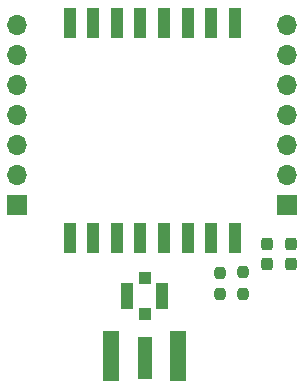
<source format=gts>
G04 #@! TF.GenerationSoftware,KiCad,Pcbnew,6.0.7+dfsg-1build1*
G04 #@! TF.CreationDate,2022-12-04T12:15:17+01:00*
G04 #@! TF.ProjectId,rfm69w,72666d36-3977-42e6-9b69-6361645f7063,1*
G04 #@! TF.SameCoordinates,Original*
G04 #@! TF.FileFunction,Soldermask,Top*
G04 #@! TF.FilePolarity,Negative*
%FSLAX46Y46*%
G04 Gerber Fmt 4.6, Leading zero omitted, Abs format (unit mm)*
G04 Created by KiCad (PCBNEW 6.0.7+dfsg-1build1) date 2022-12-04 12:15:17*
%MOMM*%
%LPD*%
G01*
G04 APERTURE LIST*
G04 Aperture macros list*
%AMRoundRect*
0 Rectangle with rounded corners*
0 $1 Rounding radius*
0 $2 $3 $4 $5 $6 $7 $8 $9 X,Y pos of 4 corners*
0 Add a 4 corners polygon primitive as box body*
4,1,4,$2,$3,$4,$5,$6,$7,$8,$9,$2,$3,0*
0 Add four circle primitives for the rounded corners*
1,1,$1+$1,$2,$3*
1,1,$1+$1,$4,$5*
1,1,$1+$1,$6,$7*
1,1,$1+$1,$8,$9*
0 Add four rect primitives between the rounded corners*
20,1,$1+$1,$2,$3,$4,$5,0*
20,1,$1+$1,$4,$5,$6,$7,0*
20,1,$1+$1,$6,$7,$8,$9,0*
20,1,$1+$1,$8,$9,$2,$3,0*%
G04 Aperture macros list end*
%ADD10RoundRect,0.237500X0.237500X-0.300000X0.237500X0.300000X-0.237500X0.300000X-0.237500X-0.300000X0*%
%ADD11R,1.270000X3.600000*%
%ADD12R,1.350000X4.200000*%
%ADD13R,1.000000X2.500000*%
%ADD14RoundRect,0.237500X0.237500X-0.250000X0.237500X0.250000X-0.237500X0.250000X-0.237500X-0.250000X0*%
%ADD15R,1.000000X1.000000*%
%ADD16R,1.050000X2.200000*%
%ADD17R,1.700000X1.700000*%
%ADD18O,1.700000X1.700000*%
G04 APERTURE END LIST*
D10*
X112710000Y-67177500D03*
X112710000Y-65452500D03*
D11*
X100365000Y-75150000D03*
D12*
X97540000Y-74950000D03*
X103190000Y-74950000D03*
D13*
X108000000Y-46800000D03*
X106000000Y-46800000D03*
X104000000Y-46800000D03*
X102000000Y-46800000D03*
X100000000Y-46800000D03*
X98000000Y-46800000D03*
X96000000Y-46800000D03*
X94000000Y-46800000D03*
X94000000Y-65000000D03*
X96000000Y-65000000D03*
X98000000Y-65000000D03*
X100000000Y-65000000D03*
X102000000Y-65000000D03*
X104000000Y-65000000D03*
X106000000Y-65000000D03*
X108000000Y-65000000D03*
D14*
X108710000Y-69710000D03*
X108710000Y-67885000D03*
D10*
X110710000Y-67177500D03*
X110710000Y-65452500D03*
D14*
X106710000Y-69727500D03*
X106710000Y-67902500D03*
D15*
X100365000Y-71370000D03*
D16*
X98890000Y-69870000D03*
D15*
X100365000Y-68370000D03*
D16*
X101840000Y-69870000D03*
D17*
X112430000Y-62215000D03*
D18*
X112430000Y-59675000D03*
X112430000Y-57135000D03*
X112430000Y-54595000D03*
X112430000Y-52055000D03*
X112430000Y-49515000D03*
X112430000Y-46975000D03*
D17*
X89570000Y-62215000D03*
D18*
X89570000Y-59675000D03*
X89570000Y-57135000D03*
X89570000Y-54595000D03*
X89570000Y-52055000D03*
X89570000Y-49515000D03*
X89570000Y-46975000D03*
M02*

</source>
